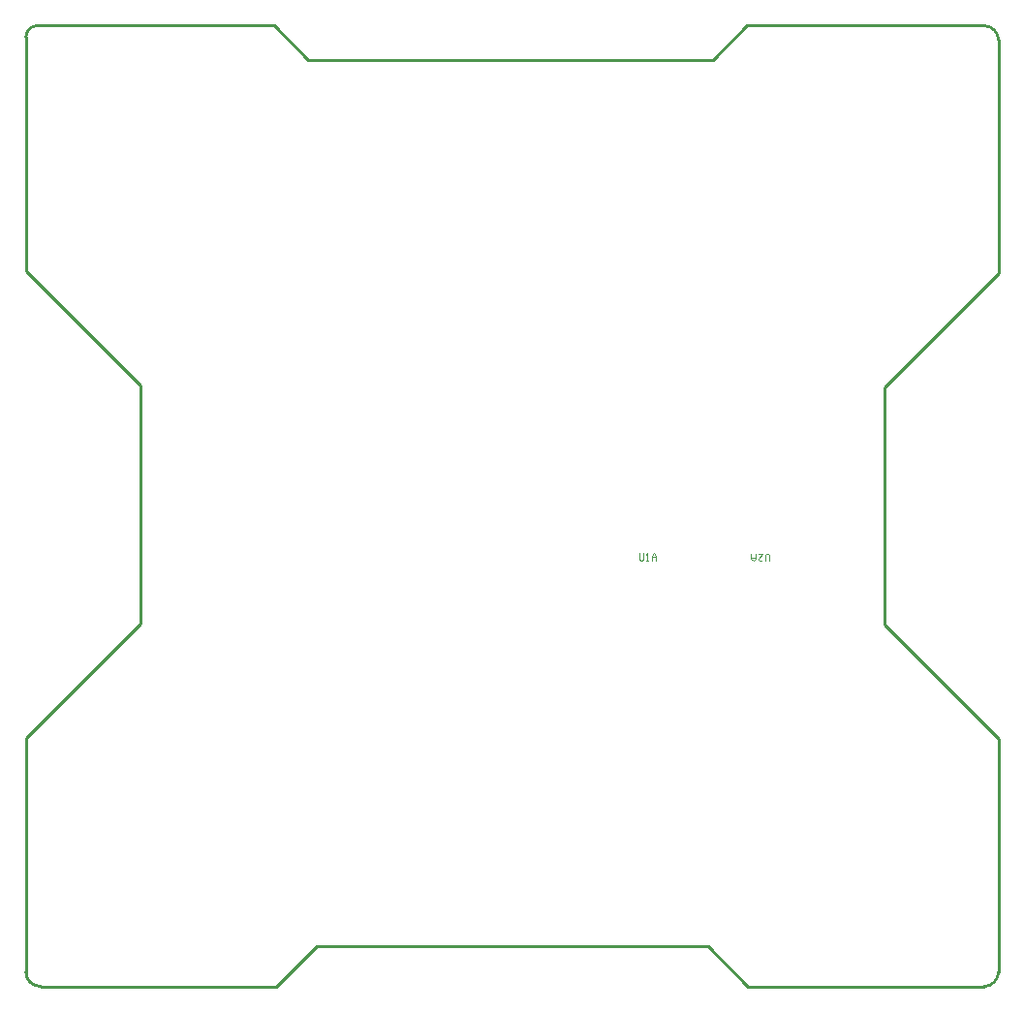
<source format=gbr>
%TF.GenerationSoftware,Altium Limited,Altium Designer,24.2.2 (26)*%
G04 Layer_Color=16711935*
%FSLAX45Y45*%
%MOMM*%
%TF.SameCoordinates,979FBE80-878B-4EC3-91C7-7055811A0E5A*%
%TF.FilePolarity,Positive*%
%TF.FileFunction,Other,Mechanical_1*%
%TF.Part,Single*%
G01*
G75*
%TA.AperFunction,NonConductor*%
%ADD48C,0.25400*%
%ADD83C,0.10000*%
D48*
X18823000Y1900000D02*
G03*
X18950000Y2027000I0J127000D01*
G01*
X10450000D02*
G03*
X10577000Y1900000I127000J0D01*
G01*
X18950000Y10173000D02*
G03*
X18823000Y10300000I-127000J0D01*
G01*
X10550000D02*
G03*
X10450000Y10200000I0J-100000D01*
G01*
Y4070250D02*
X11450000Y5070250D01*
X10577000Y1900000D02*
X12638500D01*
X13844250Y2250000D02*
X15555750D01*
X16411501D01*
X16454750Y10000000D02*
X16754750Y10300000D01*
X18823000D01*
X10550000D02*
X12618250D01*
X12918250Y10000000D02*
X16454750D01*
X12638500Y1900000D02*
X12988499Y2250000D01*
X13844250D01*
X16761501Y1900000D02*
X18823000D01*
X17950000Y7136500D02*
X18950000Y8136500D01*
X10450000Y2027000D02*
Y4070250D01*
X12618250Y10300000D02*
X12918250Y10000000D01*
X18950000Y8136500D02*
Y10173000D01*
X10450000Y8156750D02*
X11450000Y7156750D01*
X16411501Y2250000D02*
X16761501Y1900000D01*
X18950000Y2027000D02*
Y4063500D01*
X10450000Y8156750D02*
Y10200000D01*
X17950000Y5063500D02*
X18950000Y4063500D01*
X11450000Y5070250D02*
Y7156750D01*
X17950000Y5063500D02*
Y7136500D01*
D83*
X16949420Y5619459D02*
Y5669443D01*
X16939423Y5679440D01*
X16919431D01*
X16909433Y5669443D01*
Y5619459D01*
X16849452Y5679440D02*
X16889439D01*
X16849452Y5639453D01*
Y5629456D01*
X16859448Y5619459D01*
X16879443D01*
X16889439Y5629456D01*
X16829459Y5679440D02*
Y5639453D01*
X16809465Y5619459D01*
X16789471Y5639453D01*
Y5679440D01*
Y5649450D01*
X16829459D01*
X15808960Y5686081D02*
Y5636097D01*
X15818958Y5626100D01*
X15838950D01*
X15848947Y5636097D01*
Y5686081D01*
X15868941Y5626100D02*
X15888934D01*
X15878937D01*
Y5686081D01*
X15868941Y5676084D01*
X15918924Y5626100D02*
Y5666087D01*
X15938918Y5686081D01*
X15958911Y5666087D01*
Y5626100D01*
Y5656090D01*
X15918924D01*
%TF.MD5,3f42000d4fb51d1bd87ed4ca5acd87be*%
M02*

</source>
